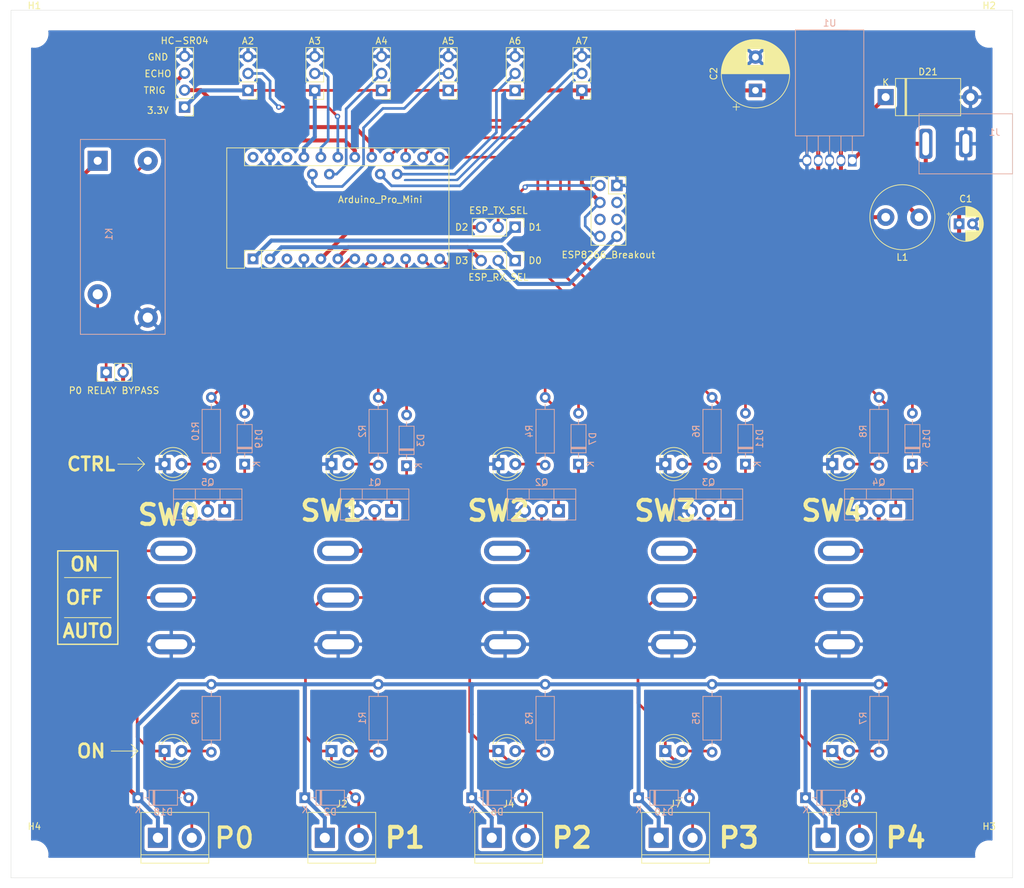
<source format=kicad_pcb>
(kicad_pcb (version 20171130) (host pcbnew "(5.1.10)-1")
  (layers (0 F.Cu signal) (31 B.Cu signal) (34 B.Paste user) (35 F.Paste user) (36 B.SilkS user) (37 F.SilkS user) (38 B.Mask user) (39 F.Mask user) (44 Edge.Cuts user))
  (net 0 "")
  (net 1 "Net-(D1-Pad2)")
  (net 2 P1-)
  (net 3 +12V)
  (net 4 SENSE1)
  (net 5 "Net-(D4-Pad2)")
  (net 6 GND)
  (net 7 "Net-(D5-Pad2)")
  (net 8 P2-)
  (net 9 SENSE2)
  (net 10 "Net-(D8-Pad2)")
  (net 11 "Net-(D9-Pad2)")
  (net 12 P3-)
  (net 13 SENSE3)
  (net 14 "Net-(D12-Pad2)")
  (net 15 "Net-(D13-Pad2)")
  (net 16 P4-)
  (net 17 SENSE4)
  (net 18 "Net-(D16-Pad2)")
  (net 19 "Net-(D17-Pad2)")
  (net 20 P0-)
  (net 21 SENSE0)
  (net 22 "Net-(D20-Pad2)")
  (net 23 +3V3)
  (net 24 ESP_RX)
  (net 25 "Net-(J3-Pad6)")
  (net 26 "Net-(J3-Pad5)")
  (net 27 "Net-(J3-Pad3)")
  (net 28 ESP_TX)
  (net 29 A2)
  (net 30 A3)
  (net 31 A4)
  (net 32 A5)
  (net 33 A6)
  (net 34 A7)
  (net 35 "Net-(J18-Pad2)")
  (net 36 "Net-(J18-Pad1)")
  (net 37 CTRL1)
  (net 38 CTRL2)
  (net 39 CTRL3)
  (net 40 CTRL4)
  (net 41 CTRL0)
  (net 42 "Net-(U2-Pad22)")
  (net 43 "Net-(U2-Pad3)")
  (net 44 "Net-(Q1-Pad2)")
  (net 45 "Net-(Q2-Pad2)")
  (net 46 "Net-(Q3-Pad2)")
  (net 47 "Net-(Q4-Pad2)")
  (net 48 "Net-(J5-Pad3)")
  (net 49 "Net-(J5-Pad1)")
  (net 50 "Net-(J6-Pad3)")
  (net 51 "Net-(J6-Pad1)")
  (net 52 ECHO)
  (net 53 TRIG)
  (net 54 "Net-(D21-Pad1)")
  (net 55 "Net-(U2-Pad24)")
  (module MountingHole:MountingHole_3.2mm_M3 (layer F.Cu) (at 26.5 164.5)
    (fp_text reference H4 (at 0 -4.2) (layer F.SilkS))
    (fp_text value MountingHole)
    (pad 1 np_thru_hole circle (at 0 0) (size 3.2 3.2) (drill 3.2) (layers *.Cu *.Mask))
  )
  (module MountingHole:MountingHole_3.2mm_M3 (layer F.Cu) (at 169.5 164.5)
    (fp_text reference H3 (at 0 -4.2) (layer F.SilkS))
    (fp_text value MountingHole)
    (pad 1 np_thru_hole circle (at 0 0) (size 3.2 3.2) (drill 3.2) (layers *.Cu *.Mask))
  )
  (module MountingHole:MountingHole_3.2mm_M3 (layer F.Cu) (at 169.5 41.5)
    (fp_text reference H2 (at 0 -4.2) (layer F.SilkS))
    (fp_text value MountingHole)
    (pad 1 np_thru_hole circle (at 0 0) (size 3.2 3.2) (drill 3.2) (layers *.Cu *.Mask))
  )
  (module MountingHole:MountingHole_3.2mm_M3 (layer F.Cu) (at 26.5 41.5)
    (fp_text reference H1 (at 0 -4.2) (layer F.SilkS))
    (fp_text value MountingHole)
    (pad 1 np_thru_hole circle (at 0 0) (size 3.2 3.2) (drill 3.2) (layers *.Cu *.Mask))
  )
  (module Inductor_THT:L_Radial_D9.5mm_P5.00mm_Fastron_07HVP (layer F.Cu) (at 159 69 180)
    (fp_text reference L1 (at 2.5 -6) (layer F.SilkS))
    (fp_text value 100uH)
    (pad 2 thru_hole circle (at 5 0 180) (size 2.6 2.6) (drill 1.3) (layers *.Cu *.Mask) (net 23 +3V3))
    (pad 1 thru_hole circle (at 0 0 180) (size 2.6 2.6) (drill 1.3) (layers *.Cu *.Mask) (net 54 "Net-(D21-Pad1)"))
  )
  (module Diode_THT:D_DO-27_P12.70mm_Horizontal (layer F.Cu) (at 154 51)
    (fp_text reference D21 (at 6.35 -3.785) (layer F.SilkS))
    (fp_text value MBR360)
    (fp_text user K (at 0 -2.2) (layer F.SilkS))
    (pad 2 thru_hole oval (at 12.7 0) (size 2.4 2.4) (drill 1.2) (layers *.Cu *.Mask) (net 6 GND))
    (pad 1 thru_hole rect (at 0 0) (size 2.4 2.4) (drill 1.2) (layers *.Cu *.Mask) (net 54 "Net-(D21-Pad1)"))
  )
  (module Package_TO_SOT_THT:TO-220-5_Horizontal_TabDown (layer B.Cu) (at 149 60.5 180)
    (fp_text reference U1 (at 3.4 20.58 180) (layer B.SilkS) (effects (justify mirror)))
    (fp_text value LM2576HVS-3.3)
    (pad 5 thru_hole oval (at 6.8 0 180) (size 1.275 1.8) (drill 1.1) (layers *.Cu *.Mask) (net 6 GND))
    (pad 4 thru_hole oval (at 5.1 0 180) (size 1.275 1.8) (drill 1.1) (layers *.Cu *.Mask) (net 23 +3V3))
    (pad 3 thru_hole oval (at 3.4 0 180) (size 1.275 1.8) (drill 1.1) (layers *.Cu *.Mask) (net 6 GND))
    (pad 2 thru_hole oval (at 1.7 0 180) (size 1.275 1.8) (drill 1.1) (layers *.Cu *.Mask) (net 54 "Net-(D21-Pad1)"))
    (pad 1 thru_hole rect (at 0 0 180) (size 1.275 1.8) (drill 1.1) (layers *.Cu *.Mask) (net 3 +12V))
    (pad "" smd oval (at 3.4 16.66 180) (size 4 4) (layers B.Cu B.Paste B.Mask) (net 6 GND))
  )
  (module Diode_THT:D_DO-35_SOD27_P7.62mm_Horizontal (layer B.Cu) (at 58 106 90)
    (fp_text reference D19 (at 3.81 2.12 90) (layer B.SilkS) (effects (justify mirror)))
    (fp_text value D)
    (fp_text user K (at 0 1.8 90) (layer B.SilkS) (effects (justify mirror)))
    (pad 2 thru_hole oval (at 7.62 0 90) (size 1.6 1.6) (drill 0.8) (layers *.Cu *.Mask) (net 21 SENSE0))
    (pad 1 thru_hole rect (at 0 0 90) (size 1.6 1.6) (drill 0.8) (layers *.Cu *.Mask) (net 20 P0-))
  )
  (module Diode_THT:D_DO-35_SOD27_P7.62mm_Horizontal (layer B.Cu) (at 42 156)
    (fp_text reference D18 (at 3.81 2.12) (layer B.SilkS) (effects (justify mirror)))
    (fp_text value D)
    (fp_text user K (at 0 1.8) (layer B.SilkS) (effects (justify mirror)))
    (pad 2 thru_hole oval (at 7.62 0) (size 1.6 1.6) (drill 0.8) (layers *.Cu *.Mask) (net 20 P0-))
    (pad 1 thru_hole rect (at 0 0) (size 1.6 1.6) (drill 0.8) (layers *.Cu *.Mask) (net 3 +12V))
  )
  (module Diode_THT:D_DO-35_SOD27_P7.62mm_Horizontal (layer B.Cu) (at 158 106 90)
    (fp_text reference D15 (at 3.81 2.12 90) (layer B.SilkS) (effects (justify mirror)))
    (fp_text value D)
    (fp_text user K (at 0 1.8 90) (layer B.SilkS) (effects (justify mirror)))
    (pad 2 thru_hole oval (at 7.62 0 90) (size 1.6 1.6) (drill 0.8) (layers *.Cu *.Mask) (net 17 SENSE4))
    (pad 1 thru_hole rect (at 0 0 90) (size 1.6 1.6) (drill 0.8) (layers *.Cu *.Mask) (net 16 P4-))
  )
  (module Diode_THT:D_DO-35_SOD27_P7.62mm_Horizontal (layer B.Cu) (at 142 156)
    (fp_text reference D14 (at 3.81 2.12) (layer B.SilkS) (effects (justify mirror)))
    (fp_text value D)
    (fp_text user K (at 0 1.8) (layer B.SilkS) (effects (justify mirror)))
    (pad 2 thru_hole oval (at 7.62 0) (size 1.6 1.6) (drill 0.8) (layers *.Cu *.Mask) (net 16 P4-))
    (pad 1 thru_hole rect (at 0 0) (size 1.6 1.6) (drill 0.8) (layers *.Cu *.Mask) (net 3 +12V))
  )
  (module Diode_THT:D_DO-35_SOD27_P7.62mm_Horizontal (layer B.Cu) (at 133 106 90)
    (fp_text reference D11 (at 3.81 2.12 90) (layer B.SilkS) (effects (justify mirror)))
    (fp_text value D)
    (fp_text user K (at 0 1.8 90) (layer B.SilkS) (effects (justify mirror)))
    (pad 2 thru_hole oval (at 7.62 0 90) (size 1.6 1.6) (drill 0.8) (layers *.Cu *.Mask) (net 13 SENSE3))
    (pad 1 thru_hole rect (at 0 0 90) (size 1.6 1.6) (drill 0.8) (layers *.Cu *.Mask) (net 12 P3-))
  )
  (module Diode_THT:D_DO-35_SOD27_P7.62mm_Horizontal (layer B.Cu) (at 117 156)
    (fp_text reference D10 (at 3.81 2.12) (layer B.SilkS) (effects (justify mirror)))
    (fp_text value D)
    (fp_text user K (at 0 1.8) (layer B.SilkS) (effects (justify mirror)))
    (pad 2 thru_hole oval (at 7.62 0) (size 1.6 1.6) (drill 0.8) (layers *.Cu *.Mask) (net 12 P3-))
    (pad 1 thru_hole rect (at 0 0) (size 1.6 1.6) (drill 0.8) (layers *.Cu *.Mask) (net 3 +12V))
  )
  (module Diode_THT:D_DO-35_SOD27_P7.62mm_Horizontal (layer B.Cu) (at 108 106 90)
    (fp_text reference D7 (at 3.81 2.12 90) (layer B.SilkS) (effects (justify mirror)))
    (fp_text value D)
    (fp_text user K (at 0 1.8 90) (layer B.SilkS) (effects (justify mirror)))
    (pad 2 thru_hole oval (at 7.62 0 90) (size 1.6 1.6) (drill 0.8) (layers *.Cu *.Mask) (net 9 SENSE2))
    (pad 1 thru_hole rect (at 0 0 90) (size 1.6 1.6) (drill 0.8) (layers *.Cu *.Mask) (net 8 P2-))
  )
  (module Diode_THT:D_DO-35_SOD27_P7.62mm_Horizontal (layer B.Cu) (at 92 156)
    (fp_text reference D6 (at 3.81 2.12) (layer B.SilkS) (effects (justify mirror)))
    (fp_text value D)
    (fp_text user K (at 0 1.8) (layer B.SilkS) (effects (justify mirror)))
    (pad 2 thru_hole oval (at 7.62 0) (size 1.6 1.6) (drill 0.8) (layers *.Cu *.Mask) (net 8 P2-))
    (pad 1 thru_hole rect (at 0 0) (size 1.6 1.6) (drill 0.8) (layers *.Cu *.Mask) (net 3 +12V))
  )
  (module Diode_THT:D_DO-35_SOD27_P7.62mm_Horizontal (layer B.Cu) (at 82.25 106.25 90)
    (fp_text reference D3 (at 3.81 2.12 90) (layer B.SilkS) (effects (justify mirror)))
    (fp_text value D)
    (fp_text user K (at 0 1.8 90) (layer B.SilkS) (effects (justify mirror)))
    (pad 2 thru_hole oval (at 7.62 0 90) (size 1.6 1.6) (drill 0.8) (layers *.Cu *.Mask) (net 4 SENSE1))
    (pad 1 thru_hole rect (at 0 0 90) (size 1.6 1.6) (drill 0.8) (layers *.Cu *.Mask) (net 2 P1-))
  )
  (module Diode_THT:D_DO-35_SOD27_P7.62mm_Horizontal (layer B.Cu) (at 67 156)
    (fp_text reference D2 (at 3.81 2.12) (layer B.SilkS) (effects (justify mirror)))
    (fp_text value D)
    (fp_text user K (at 0 1.8) (layer B.SilkS) (effects (justify mirror)))
    (pad 2 thru_hole oval (at 7.62 0) (size 1.6 1.6) (drill 0.8) (layers *.Cu *.Mask) (net 2 P1-))
    (pad 1 thru_hole rect (at 0 0) (size 1.6 1.6) (drill 0.8) (layers *.Cu *.Mask) (net 3 +12V))
  )
  (module Capacitor_THT:CP_Radial_D10.0mm_P5.00mm (layer F.Cu) (at 134.5 50 90)
    (fp_text reference C2 (at 2.5 -6.25 90) (layer F.SilkS))
    (fp_text value 1000uF)
    (pad 2 thru_hole circle (at 5 0 90) (size 2 2) (drill 1) (layers *.Cu *.Mask) (net 6 GND))
    (pad 1 thru_hole rect (at 0 0 90) (size 2 2) (drill 1) (layers *.Cu *.Mask) (net 23 +3V3))
  )
  (module Capacitor_THT:CP_Radial_D5.0mm_P2.00mm (layer F.Cu) (at 165 70)
    (fp_text reference C1 (at 1 -3.75) (layer F.SilkS))
    (fp_text value 100uF)
    (pad 2 thru_hole circle (at 2 0) (size 1.6 1.6) (drill 0.8) (layers *.Cu *.Mask) (net 6 GND))
    (pad 1 thru_hole rect (at 0 0) (size 1.6 1.6) (drill 0.8) (layers *.Cu *.Mask) (net 3 +12V))
  )
  (module Package_TO_SOT_THT:TO-220-3_Vertical (layer B.Cu) (at 55 113 180)
    (fp_text reference Q5 (at 2.54 4.27) (layer B.SilkS) (effects (justify mirror)))
    (fp_text value TIP12X)
    (pad 3 thru_hole oval (at 5.08 0 180) (size 1.905 2) (drill 1.1) (layers *.Cu *.Mask) (net 6 GND))
    (pad 2 thru_hole oval (at 2.54 0 180) (size 1.905 2) (drill 1.1) (layers *.Cu *.Mask) (net 35 "Net-(J18-Pad2)"))
    (pad 1 thru_hole rect (at 0 0 180) (size 1.905 2) (drill 1.1) (layers *.Cu *.Mask) (net 41 CTRL0))
  )
  (module Package_TO_SOT_THT:TO-220-3_Vertical (layer B.Cu) (at 155.5 113 180)
    (fp_text reference Q4 (at 2.54 4.27) (layer B.SilkS) (effects (justify mirror)))
    (fp_text value TIP12X)
    (pad 3 thru_hole oval (at 5.08 0 180) (size 1.905 2) (drill 1.1) (layers *.Cu *.Mask) (net 6 GND))
    (pad 2 thru_hole oval (at 2.54 0 180) (size 1.905 2) (drill 1.1) (layers *.Cu *.Mask) (net 47 "Net-(Q4-Pad2)"))
    (pad 1 thru_hole rect (at 0 0 180) (size 1.905 2) (drill 1.1) (layers *.Cu *.Mask) (net 40 CTRL4))
  )
  (module Package_TO_SOT_THT:TO-220-3_Vertical (layer B.Cu) (at 130 113 180)
    (fp_text reference Q3 (at 2.54 4.27) (layer B.SilkS) (effects (justify mirror)))
    (fp_text value TIP12X)
    (pad 3 thru_hole oval (at 5.08 0 180) (size 1.905 2) (drill 1.1) (layers *.Cu *.Mask) (net 6 GND))
    (pad 2 thru_hole oval (at 2.54 0 180) (size 1.905 2) (drill 1.1) (layers *.Cu *.Mask) (net 46 "Net-(Q3-Pad2)"))
    (pad 1 thru_hole rect (at 0 0 180) (size 1.905 2) (drill 1.1) (layers *.Cu *.Mask) (net 39 CTRL3))
  )
  (module Package_TO_SOT_THT:TO-220-3_Vertical (layer B.Cu) (at 105 113 180)
    (fp_text reference Q2 (at 2.54 4.27) (layer B.SilkS) (effects (justify mirror)))
    (fp_text value TIP12X)
    (pad 3 thru_hole oval (at 5.08 0 180) (size 1.905 2) (drill 1.1) (layers *.Cu *.Mask) (net 6 GND))
    (pad 2 thru_hole oval (at 2.54 0 180) (size 1.905 2) (drill 1.1) (layers *.Cu *.Mask) (net 45 "Net-(Q2-Pad2)"))
    (pad 1 thru_hole rect (at 0 0 180) (size 1.905 2) (drill 1.1) (layers *.Cu *.Mask) (net 38 CTRL2))
  )
  (module Package_TO_SOT_THT:TO-220-3_Vertical (layer B.Cu) (at 80 113 180)
    (fp_text reference Q1 (at 2.54 4.27) (layer B.SilkS) (effects (justify mirror)))
    (fp_text value TIP12X)
    (pad 3 thru_hole oval (at 5.08 0 180) (size 1.905 2) (drill 1.1) (layers *.Cu *.Mask) (net 6 GND))
    (pad 2 thru_hole oval (at 2.54 0 180) (size 1.905 2) (drill 1.1) (layers *.Cu *.Mask) (net 44 "Net-(Q1-Pad2)"))
    (pad 1 thru_hole rect (at 0 0 180) (size 1.905 2) (drill 1.1) (layers *.Cu *.Mask) (net 37 CTRL1))
  )
  (module Connector_PinHeader_2.54mm:PinHeader_1x04_P2.54mm_Vertical (layer F.Cu) (at 49 52.5 180)
    (fp_text reference J9)
    (fp_text value HC-SR04 (at 0 9.95 180) (layer F.SilkS))
    (pad 4 thru_hole oval (at 0 7.62 180) (size 1.7 1.7) (drill 1) (layers *.Cu *.Mask) (net 6 GND))
    (pad 3 thru_hole oval (at 0 5.08 180) (size 1.7 1.7) (drill 1) (layers *.Cu *.Mask) (net 52 ECHO))
    (pad 2 thru_hole oval (at 0 2.54 180) (size 1.7 1.7) (drill 1) (layers *.Cu *.Mask) (net 53 TRIG))
    (pad 1 thru_hole rect (at 0 0 180) (size 1.7 1.7) (drill 1) (layers *.Cu *.Mask) (net 23 +3V3))
  )
  (module Connector_PinHeader_2.54mm:PinHeader_1x03_P2.54mm_Vertical (layer F.Cu) (at 98.5 70.5 270)
    (fp_text reference J6)
    (fp_text value ESP_TX_SEL (at -2.5 2.5) (layer F.SilkS))
    (pad 3 thru_hole oval (at 0 5.08 270) (size 1.7 1.7) (drill 1) (layers *.Cu *.Mask) (net 50 "Net-(J6-Pad3)"))
    (pad 2 thru_hole oval (at 0 2.54 270) (size 1.7 1.7) (drill 1) (layers *.Cu *.Mask) (net 28 ESP_TX))
    (pad 1 thru_hole rect (at 0 0 270) (size 1.7 1.7) (drill 1) (layers *.Cu *.Mask) (net 51 "Net-(J6-Pad1)"))
  )
  (module Connector_PinHeader_2.54mm:PinHeader_1x03_P2.54mm_Vertical (layer F.Cu) (at 98.5 75.5 270)
    (fp_text reference J5)
    (fp_text value ESP_RX_SEL (at 2.5 2.5) (layer F.SilkS))
    (pad 3 thru_hole oval (at 0 5.08 270) (size 1.7 1.7) (drill 1) (layers *.Cu *.Mask) (net 48 "Net-(J5-Pad3)"))
    (pad 2 thru_hole oval (at 0 2.54 270) (size 1.7 1.7) (drill 1) (layers *.Cu *.Mask) (net 24 ESP_RX))
    (pad 1 thru_hole rect (at 0 0 270) (size 1.7 1.7) (drill 1) (layers *.Cu *.Mask) (net 49 "Net-(J5-Pad1)"))
  )
  (module Common:Switch_RA1153 (layer F.Cu) (at 147 133 90)
    (fp_text reference SW4 (at 20 -1 180) (layer F.SilkS) (effects (font (size 3 3) (thickness 0.6))))
    (fp_text value SW4)
    (pad 1 thru_hole oval (at 0 0 270) (size 3 6.3) (drill oval 1.5 4.8) (layers *.Cu *.Mask) (net 6 GND))
    (pad 2 thru_hole oval (at 7 0 270) (size 3 6.3) (drill oval 1.5 4.8) (layers *.Cu *.Mask) (net 16 P4-))
    (pad 3 thru_hole oval (at 14 0 270) (size 3 6.3) (drill oval 1.5 4.8) (layers *.Cu *.Mask) (net 47 "Net-(Q4-Pad2)"))
  )
  (module Common:Switch_RA1153 (layer F.Cu) (at 122 133 90)
    (fp_text reference SW3 (at 20 -1 180) (layer F.SilkS) (effects (font (size 3 3) (thickness 0.6))))
    (fp_text value SW3)
    (pad 1 thru_hole oval (at 0 0 270) (size 3 6.3) (drill oval 1.5 4.8) (layers *.Cu *.Mask) (net 6 GND))
    (pad 2 thru_hole oval (at 7 0 270) (size 3 6.3) (drill oval 1.5 4.8) (layers *.Cu *.Mask) (net 12 P3-))
    (pad 3 thru_hole oval (at 14 0 270) (size 3 6.3) (drill oval 1.5 4.8) (layers *.Cu *.Mask) (net 46 "Net-(Q3-Pad2)"))
  )
  (module Common:Switch_RA1153 (layer F.Cu) (at 97 133 90)
    (fp_text reference SW2 (at 20 -1 180) (layer F.SilkS) (effects (font (size 3 3) (thickness 0.6))))
    (fp_text value SW2)
    (pad 1 thru_hole oval (at 0 0 270) (size 3 6.3) (drill oval 1.5 4.8) (layers *.Cu *.Mask) (net 6 GND))
    (pad 2 thru_hole oval (at 7 0 270) (size 3 6.3) (drill oval 1.5 4.8) (layers *.Cu *.Mask) (net 8 P2-))
    (pad 3 thru_hole oval (at 14 0 270) (size 3 6.3) (drill oval 1.5 4.8) (layers *.Cu *.Mask) (net 45 "Net-(Q2-Pad2)"))
  )
  (module Common:Switch_RA1153 (layer F.Cu) (at 47 133 90)
    (fp_text reference SW0 (at 19.39 -0.35 180) (layer F.SilkS) (effects (font (size 3 3) (thickness 0.6))))
    (fp_text value SW0)
    (pad 1 thru_hole oval (at 0 0 270) (size 3 6.3) (drill oval 1.5 4.8) (layers *.Cu *.Mask) (net 6 GND))
    (pad 2 thru_hole oval (at 7 0 270) (size 3 6.3) (drill oval 1.5 4.8) (layers *.Cu *.Mask) (net 20 P0-))
    (pad 3 thru_hole oval (at 14 0 270) (size 3 6.3) (drill oval 1.5 4.8) (layers *.Cu *.Mask) (net 36 "Net-(J18-Pad1)"))
  )
  (module Common:Switch_RA1153 (layer F.Cu) (at 72 133 90)
    (fp_text reference SW1 (at 20 -1 180) (layer F.SilkS) (effects (font (size 3 3) (thickness 0.6))))
    (fp_text value SW1)
    (pad 1 thru_hole oval (at 0 0 270) (size 3 6.3) (drill oval 1.5 4.8) (layers *.Cu *.Mask) (net 6 GND))
    (pad 2 thru_hole oval (at 7 0 270) (size 3 6.3) (drill oval 1.5 4.8) (layers *.Cu *.Mask) (net 2 P1-))
    (pad 3 thru_hole oval (at 14 0 270) (size 3 6.3) (drill oval 1.5 4.8) (layers *.Cu *.Mask) (net 44 "Net-(Q1-Pad2)"))
  )
  (module Common:Relay_OMI-SH-112LM (layer B.Cu) (at 40 63.75 90)
    (fp_text reference K1 (at -7.8 -2.32 270) (layer B.SilkS) (effects (justify mirror)))
    (fp_text value OMI-SH-112LM,000)
    (pad 3 thru_hole circle (at -20.3 3.48 270) (size 3 3) (drill 1.5) (layers *.Cu *.Mask) (net 6 GND))
    (pad 5 thru_hole circle (at -16.8 -4.02 270) (size 3 3) (drill 1.5) (layers *.Cu *.Mask) (net 36 "Net-(J18-Pad1)"))
    (pad 1 thru_hole circle (at 3.2 3.48 270) (size 3 3) (drill 1.2) (layers *.Cu *.Mask) (net 35 "Net-(J18-Pad2)"))
    (pad 6 thru_hole rect (at 3.2 -4.02 270) (size 3 3) (drill 1.2) (layers *.Cu *.Mask) (net 3 +12V))
  )
  (module Arduino:Arduino_Pro_Mini (layer F.Cu) (at 59.25 75.25 90)
    (fp_text reference U2)
    (fp_text value Arduino_Pro_Mini (at 8.89 19.05 180) (layer F.SilkS))
    (pad A6 thru_hole oval (at 12.7 21.59 90) (size 1.6 1.6) (drill 0.8) (layers *.Cu *.Mask) (net 33 A6))
    (pad A7 thru_hole oval (at 12.7 19.05 90) (size 1.6 1.6) (drill 0.8) (layers *.Cu *.Mask) (net 34 A7))
    (pad A4 thru_hole oval (at 12.7 11.43 90) (size 1.6 1.6) (drill 0.8) (layers *.Cu *.Mask) (net 31 A4))
    (pad A5 thru_hole oval (at 12.7 8.89 90) (size 1.6 1.6) (drill 0.8) (layers *.Cu *.Mask) (net 32 A5))
    (pad 24 thru_hole oval (at 15.24 0 90) (size 1.6 1.6) (drill 0.8) (layers *.Cu *.Mask) (net 55 "Net-(U2-Pad24)"))
    (pad 23 thru_hole oval (at 15.24 2.54 90) (size 1.6 1.6) (drill 0.8) (layers *.Cu *.Mask) (net 6 GND))
    (pad 22 thru_hole oval (at 15.24 5.08 90) (size 1.6 1.6) (drill 0.8) (layers *.Cu *.Mask) (net 42 "Net-(U2-Pad22)"))
    (pad 12 thru_hole oval (at 0 27.94 90) (size 1.6 1.6) (drill 0.8) (layers *.Cu *.Mask) (net 9 SENSE2))
    (pad 21 thru_hole oval (at 15.24 7.62 90) (size 1.6 1.6) (drill 0.8) (layers *.Cu *.Mask) (net 23 +3V3))
    (pad 11 thru_hole oval (at 0 25.4 90) (size 1.6 1.6) (drill 0.8) (layers *.Cu *.Mask) (net 38 CTRL2))
    (pad 20 thru_hole oval (at 15.24 10.16 90) (size 1.6 1.6) (drill 0.8) (layers *.Cu *.Mask) (net 30 A3))
    (pad 10 thru_hole oval (at 0 22.86 90) (size 1.6 1.6) (drill 0.8) (layers *.Cu *.Mask) (net 4 SENSE1))
    (pad 19 thru_hole oval (at 15.24 12.7 90) (size 1.6 1.6) (drill 0.8) (layers *.Cu *.Mask) (net 29 A2))
    (pad 9 thru_hole oval (at 0 20.32 90) (size 1.6 1.6) (drill 0.8) (layers *.Cu *.Mask) (net 37 CTRL1))
    (pad 18 thru_hole oval (at 15.24 15.24 90) (size 1.6 1.6) (drill 0.8) (layers *.Cu *.Mask) (net 52 ECHO))
    (pad 8 thru_hole oval (at 0 17.78 90) (size 1.6 1.6) (drill 0.8) (layers *.Cu *.Mask) (net 21 SENSE0))
    (pad 17 thru_hole oval (at 15.24 17.78 90) (size 1.6 1.6) (drill 0.8) (layers *.Cu *.Mask) (net 53 TRIG))
    (pad 7 thru_hole oval (at 0 15.24 90) (size 1.6 1.6) (drill 0.8) (layers *.Cu *.Mask) (net 41 CTRL0))
    (pad 16 thru_hole oval (at 15.24 20.32 90) (size 1.6 1.6) (drill 0.8) (layers *.Cu *.Mask) (net 17 SENSE4))
    (pad 6 thru_hole oval (at 0 12.7 90) (size 1.6 1.6) (drill 0.8) (layers *.Cu *.Mask) (net 48 "Net-(J5-Pad3)"))
    (pad 15 thru_hole oval (at 15.24 22.86 90) (size 1.6 1.6) (drill 0.8) (layers *.Cu *.Mask) (net 40 CTRL4))
    (pad 5 thru_hole oval (at 0 10.16 90) (size 1.6 1.6) (drill 0.8) (layers *.Cu *.Mask) (net 50 "Net-(J6-Pad3)"))
    (pad 14 thru_hole oval (at 15.24 25.4 90) (size 1.6 1.6) (drill 0.8) (layers *.Cu *.Mask) (net 13 SENSE3))
    (pad 4 thru_hole oval (at 0 7.62 90) (size 1.6 1.6) (drill 0.8) (layers *.Cu *.Mask) (net 6 GND))
    (pad 13 thru_hole oval (at 15.24 27.94 90) (size 1.6 1.6) (drill 0.8) (layers *.Cu *.Mask) (net 39 CTRL3))
    (pad 3 thru_hole oval (at 0 5.08 90) (size 1.6 1.6) (drill 0.8) (layers *.Cu *.Mask) (net 43 "Net-(U2-Pad3)"))
    (pad 2 thru_hole oval (at 0 2.54 90) (size 1.6 1.6) (drill 0.8) (layers *.Cu *.Mask) (net 49 "Net-(J5-Pad1)"))
    (pad 1 thru_hole rect (at 0 0 90) (size 1.6 1.6) (drill 0.8) (layers *.Cu *.Mask) (net 51 "Net-(J6-Pad1)"))
  )
  (module Resistor_THT:R_Axial_DIN0207_L6.3mm_D2.5mm_P10.16mm_Horizontal (layer B.Cu) (at 53 96 270)
    (fp_text reference R10 (at 5.08 2.37 270) (layer B.SilkS) (effects (justify mirror)))
    (fp_text value "LED Limit")
    (pad 2 thru_hole oval (at 10.16 0 270) (size 1.6 1.6) (drill 0.8) (layers *.Cu *.Mask) (net 22 "Net-(D20-Pad2)"))
    (pad 1 thru_hole circle (at 0 0 270) (size 1.6 1.6) (drill 0.8) (layers *.Cu *.Mask) (net 41 CTRL0))
  )
  (module Resistor_THT:R_Axial_DIN0207_L6.3mm_D2.5mm_P10.16mm_Horizontal (layer B.Cu) (at 53 139 270)
    (fp_text reference R9 (at 5.08 2.37 270) (layer B.SilkS) (effects (justify mirror)))
    (fp_text value "LED Limit")
    (pad 2 thru_hole oval (at 10.16 0 270) (size 1.6 1.6) (drill 0.8) (layers *.Cu *.Mask) (net 19 "Net-(D17-Pad2)"))
    (pad 1 thru_hole circle (at 0 0 270) (size 1.6 1.6) (drill 0.8) (layers *.Cu *.Mask) (net 3 +12V))
  )
  (module Resistor_THT:R_Axial_DIN0207_L6.3mm_D2.5mm_P10.16mm_Horizontal (layer B.Cu) (at 153 96 270)
    (fp_text reference R8 (at 5.08 2.37 270) (layer B.SilkS) (effects (justify mirror)))
    (fp_text value "LED Limit")
    (pad 2 thru_hole oval (at 10.16 0 270) (size 1.6 1.6) (drill 0.8) (layers *.Cu *.Mask) (net 18 "Net-(D16-Pad2)"))
    (pad 1 thru_hole circle (at 0 0 270) (size 1.6 1.6) (drill 0.8) (layers *.Cu *.Mask) (net 40 CTRL4))
  )
  (module Resistor_THT:R_Axial_DIN0207_L6.3mm_D2.5mm_P10.16mm_Horizontal (layer B.Cu) (at 153 139 270)
    (fp_text reference R7 (at 5.08 2.37 270) (layer B.SilkS) (effects (justify mirror)))
    (fp_text value "LED Limit")
    (pad 2 thru_hole oval (at 10.16 0 270) (size 1.6 1.6) (drill 0.8) (layers *.Cu *.Mask) (net 15 "Net-(D13-Pad2)"))
    (pad 1 thru_hole circle (at 0 0 270) (size 1.6 1.6) (drill 0.8) (layers *.Cu *.Mask) (net 3 +12V))
  )
  (module Resistor_THT:R_Axial_DIN0207_L6.3mm_D2.5mm_P10.16mm_Horizontal (layer B.Cu) (at 128 96 270)
    (fp_text reference R6 (at 5.08 2.37 90) (layer B.SilkS) (effects (justify mirror)))
    (fp_text value "LED Limit")
    (pad 2 thru_hole oval (at 10.16 0 270) (size 1.6 1.6) (drill 0.8) (layers *.Cu *.Mask) (net 14 "Net-(D12-Pad2)"))
    (pad 1 thru_hole circle (at 0 0 270) (size 1.6 1.6) (drill 0.8) (layers *.Cu *.Mask) (net 39 CTRL3))
  )
  (module Resistor_THT:R_Axial_DIN0207_L6.3mm_D2.5mm_P10.16mm_Horizontal (layer B.Cu) (at 128 139 270)
    (fp_text reference R5 (at 5.08 2.37 270) (layer B.SilkS) (effects (justify mirror)))
    (fp_text value "LED Limit")
    (pad 2 thru_hole oval (at 10.16 0 270) (size 1.6 1.6) (drill 0.8) (layers *.Cu *.Mask) (net 11 "Net-(D9-Pad2)"))
    (pad 1 thru_hole circle (at 0 0 270) (size 1.6 1.6) (drill 0.8) (layers *.Cu *.Mask) (net 3 +12V))
  )
  (module Resistor_THT:R_Axial_DIN0207_L6.3mm_D2.5mm_P10.16mm_Horizontal (layer B.Cu) (at 103 96 270)
    (fp_text reference R4 (at 5.08 2.37 270) (layer B.SilkS) (effects (justify mirror)))
    (fp_text value "LED Limit")
    (pad 2 thru_hole oval (at 10.16 0 270) (size 1.6 1.6) (drill 0.8) (layers *.Cu *.Mask) (net 10 "Net-(D8-Pad2)"))
    (pad 1 thru_hole circle (at 0 0 270) (size 1.6 1.6) (drill 0.8) (layers *.Cu *.Mask) (net 38 CTRL2))
  )
  (module Resistor_THT:R_Axial_DIN0207_L6.3mm_D2.5mm_P10.16mm_Horizontal (layer B.Cu) (at 103 139 270)
    (fp_text reference R3 (at 5.08 2.37 270) (layer B.SilkS) (effects (justify mirror)))
    (fp_text value "LED Limit")
    (pad 2 thru_hole oval (at 10.16 0 270) (size 1.6 1.6) (drill 0.8) (layers *.Cu *.Mask) (net 7 "Net-(D5-Pad2)"))
    (pad 1 thru_hole circle (at 0 0 270) (size 1.6 1.6) (drill 0.8) (layers *.Cu *.Mask) (net 3 +12V))
  )
  (module Resistor_THT:R_Axial_DIN0207_L6.3mm_D2.5mm_P10.16mm_Horizontal (layer B.Cu) (at 78 96 270)
    (fp_text reference R2 (at 5.08 2.37 270) (layer B.SilkS) (effects (justify mirror)))
    (fp_text value "LED Limit")
    (pad 2 thru_hole oval (at 10.16 0 270) (size 1.6 1.6) (drill 0.8) (layers *.Cu *.Mask) (net 5 "Net-(D4-Pad2)"))
    (pad 1 thru_hole circle (at 0 0 270) (size 1.6 1.6) (drill 0.8) (layers *.Cu *.Mask) (net 37 CTRL1))
  )
  (module Resistor_THT:R_Axial_DIN0207_L6.3mm_D2.5mm_P10.16mm_Horizontal (layer B.Cu) (at 78 139 270)
    (fp_text reference R1 (at 5.08 2.37 270) (layer B.SilkS) (effects (justify mirror)))
    (fp_text value "LED Limit")
    (pad 2 thru_hole oval (at 10.16 0 270) (size 1.6 1.6) (drill 0.8) (layers *.Cu *.Mask) (net 1 "Net-(D1-Pad2)"))
    (pad 1 thru_hole circle (at 0 0 270) (size 1.6 1.6) (drill 0.8) (layers *.Cu *.Mask) (net 3 +12V))
  )
  (module Connector_PinHeader_2.54mm:PinHeader_1x02_P2.54mm_Vertical (layer F.Cu) (at 37.25 92.25 90)
    (fp_text reference J18)
    (fp_text value "P0 RELAY BYPASS" (at -2.73 1.18 180) (layer F.SilkS))
    (pad 2 thru_hole oval (at 0 2.54 90) (size 1.7 1.7) (drill 1) (layers *.Cu *.Mask) (net 35 "Net-(J18-Pad2)"))
    (pad 1 thru_hole rect (at 0 0 90) (size 1.7 1.7) (drill 1) (layers *.Cu *.Mask) (net 36 "Net-(J18-Pad1)"))
  )
  (module TerminalBlock:TerminalBlock_bornier-2_P5.08mm (layer F.Cu) (at 45 162)
    (fp_text reference J17)
    (fp_text value P0 (at 11.44 0.03) (layer F.SilkS) (effects (font (size 3 3) (thickness 0.5))))
    (pad 2 thru_hole circle (at 5.08 0) (size 3 3) (drill 1.52) (layers *.Cu *.Mask) (net 20 P0-))
    (pad 1 thru_hole rect (at 0 0) (size 3 3) (drill 1.52) (layers *.Cu *.Mask) (net 3 +12V))
  )
  (module Connector_PinHeader_2.54mm:PinHeader_1x03_P2.54mm_Vertical (layer F.Cu) (at 108.5 50 180)
    (fp_text reference J16)
    (fp_text value A7 (at 0 7.41) (layer F.SilkS))
    (pad 3 thru_hole oval (at 0 5.08 180) (size 1.7 1.7) (drill 1) (layers *.Cu *.Mask) (net 6 GND))
    (pad 2 thru_hole oval (at 0 2.54 180) (size 1.7 1.7) (drill 1) (layers *.Cu *.Mask) (net 34 A7))
    (pad 1 thru_hole rect (at 0 0 180) (size 1.7 1.7) (drill 1) (layers *.Cu *.Mask) (net 23 +3V3))
  )
  (module Connector_PinHeader_2.54mm:PinHeader_1x03_P2.54mm_Vertical (layer F.Cu) (at 98.5 50 180)
    (fp_text reference J15)
    (fp_text value A6 (at 0 7.41) (layer F.SilkS))
    (pad 3 thru_hole oval (at 0 5.08 180) (size 1.7 1.7) (drill 1) (layers *.Cu *.Mask) (net 6 GND))
    (pad 2 thru_hole oval (at 0 2.54 180) (size 1.7 1.7) (drill 1) (layers *.Cu *.Mask) (net 33 A6))
    (pad 1 thru_hole rect (at 0 0 180) (size 1.7 1.7) (drill 1) (layers *.Cu *.Mask) (net 23 +3V3))
  )
  (module Connector_PinHeader_2.54mm:PinHeader_1x03_P2.54mm_Vertical (layer F.Cu) (at 88.5 50 180)
    (fp_text reference J14)
    (fp_text value A5 (at 0 7.41) (layer F.SilkS))
    (pad 3 thru_hole oval (at 0 5.08 180) (size 1.7 1.7) (drill 1) (layers *.Cu *.Mask) (net 6 GND))
    (pad 2 thru_hole oval (at 0 2.54 180) (size 1.7 1.7) (drill 1) (layers *.Cu *.Mask) (net 32 A5))
    (pad 1 thru_hole rect (at 0 0 180) (size 1.7 1.7) (drill 1) (layers *.Cu *.Mask) (net 23 +3V3))
  )
  (module Connector_PinHeader_2.54mm:PinHeader_1x03_P2.54mm_Vertical (layer F.Cu) (at 78.5 50 180)
    (fp_text reference J13)
    (fp_text value A4 (at 0 7.41) (layer F.SilkS))
    (pad 3 thru_hole oval (at 0 5.08 180) (size 1.7 1.7) (drill 1) (layers *.Cu *.Mask) (net 6 GND))
    (pad 2 thru_hole oval (at 0 2.54 180) (size 1.7 1.7) (drill 1) (layers *.Cu *.Mask) (net 31 A4))
    (pad 1 thru_hole rect (at 0 0 180) (size 1.7 1.7) (drill 1) (layers *.Cu *.Mask) (net 23 +3V3))
  )
  (module Connector_PinHeader_2.54mm:PinHeader_1x03_P2.54mm_Vertical (layer F.Cu) (at 68.5 50 180)
    (fp_text reference J12)
    (fp_text value A3 (at 0 7.41) (layer F.SilkS))
    (pad 3 thru_hole oval (at 0 5.08 180) (size 1.7 1.7) (drill 1) (layers *.Cu *.Mask) (net 6 GND))
    (pad 2 thru_hole oval (at 0 2.54 180) (size 1.7 1.7) (drill 1) (layers *.Cu *.Mask) (net 30 A3))
    (pad 1 thru_hole rect (at 0 0 180) (size 1.7 1.7) (drill 1) (layers *.Cu *.Mask) (net 23 +3V3))
  )
  (module Connector_PinHeader_2.54mm:PinHeader_1x03_P2.54mm_Vertical (layer F.Cu) (at 58.5 50 180)
    (fp_text reference J11)
    (fp_text value A2 (at 0 7.41) (layer F.SilkS))
    (pad 3 thru_hole oval (at 0 5.08 180) (size 1.7 1.7) (drill 1) (layers *.Cu *.Mask) (net 6 GND))
    (pad 2 thru_hole oval (at 0 2.54 180) (size 1.7 1.7) (drill 1) (layers *.Cu *.Mask) (net 29 A2))
    (pad 1 thru_hole rect (at 0 0 180) (size 1.7 1.7) (drill 1) (layers *.Cu *.Mask) (net 23 +3V3))
  )
  (module TerminalBlock:TerminalBlock_bornier-2_P5.08mm (layer F.Cu) (at 145 162)
    (fp_text reference J8 (at 2.54 -5.08) (layer F.SilkS))
    (fp_text value P4 (at 12 0) (layer F.SilkS) (effects (font (size 3 3) (thickness 0.6))))
    (pad 2 thru_hole circle (at 5.08 0) (size 3 3) (drill 1.52) (layers *.Cu *.Mask) (net 16 P4-))
    (pad 1 thru_hole rect (at 0 0) (size 3 3) (drill 1.52) (layers *.Cu *.Mask) (net 3 +12V))
  )
  (module TerminalBlock:TerminalBlock_bornier-2_P5.08mm (layer F.Cu) (at 120 162)
    (fp_text reference J7 (at 2.54 -5.08) (layer F.SilkS))
    (fp_text value P3 (at 12 0) (layer F.SilkS) (effects (font (size 3 3) (thickness 0.6))))
    (pad 2 thru_hole circle (at 5.08 0) (size 3 3) (drill 1.52) (layers *.Cu *.Mask) (net 12 P3-))
    (pad 1 thru_hole rect (at 0 0) (size 3 3) (drill 1.52) (layers *.Cu *.Mask) (net 3 +12V))
  )
  (module TerminalBlock:TerminalBlock_bornier-2_P5.08mm (layer F.Cu) (at 95 162)
    (fp_text reference J4 (at 2.54 -5.08) (layer F.SilkS))
    (fp_text value P2 (at 12 0) (layer F.SilkS) (effects (font (size 3 3) (thickness 0.6))))
    (pad 2 thru_hole circle (at 5.08 0) (size 3 3) (drill 1.52) (layers *.Cu *.Mask) (net 8 P2-))
    (pad 1 thru_hole rect (at 0 0) (size 3 3) (drill 1.52) (layers *.Cu *.Mask) (net 3 +12V))
  )
  (module Connector_PinSocket_2.54mm:PinSocket_2x04_P2.54mm_Vertical (layer F.Cu) (at 113.75 64.25)
    (fp_text reference J3)
    (fp_text value ESP8266_Breakout (at -1.27 10.39) (layer F.SilkS))
    (pad 8 thru_hole oval (at -2.54 7.62) (size 1.7 1.7) (drill 1) (layers *.Cu *.Mask) (net 23 +3V3))
    (pad 7 thru_hole oval (at 0 7.62) (size 1.7 1.7) (drill 1) (layers *.Cu *.Mask) (net 24 ESP_RX))
    (pad 6 thru_hole oval (at -2.54 5.08) (size 1.7 1.7) (drill 1) (layers *.Cu *.Mask) (net 25 "Net-(J3-Pad6)"))
    (pad 5 thru_hole oval (at 0 5.08) (size 1.7 1.7) (drill 1) (layers *.Cu *.Mask) (net 26 "Net-(J3-Pad5)"))
    (pad 4 thru_hole oval (at -2.54 2.54) (size 1.7 1.7) (drill 1) (layers *.Cu *.Mask) (net 23 +3V3))
    (pad 3 thru_hole oval (at 0 2.54) (size 1.7 1.7) (drill 1) (layers *.Cu *.Mask) (net 27 "Net-(J3-Pad3)"))
    (pad 2 thru_hole oval (at -2.54 0) (size 1.7 1.7) (drill 1) (layers *.Cu *.Mask) (net 28 ESP_TX))
    (pad 1 thru_hole rect (at 0 0) (size 1.7 1.7) (drill 1) (layers *.Cu *.Mask) (net 6 GND))
  )
  (module TerminalBlock:TerminalBlock_bornier-2_P5.08mm (layer F.Cu) (at 70 162)
    (fp_text reference J2 (at 2.54 -5.08) (layer F.SilkS))
    (fp_text value P1 (at 12 0) (layer F.SilkS) (effects (font (size 3 3) (thickness 0.6))))
    (pad 2 thru_hole circle (at 5.08 0) (size 3 3) (drill 1.52) (layers *.Cu *.Mask) (net 2 P1-))
    (pad 1 thru_hole rect (at 0 0) (size 3 3) (drill 1.52) (layers *.Cu *.Mask) (net 3 +12V))
  )
  (module Common:PJ-037AH_Barrel_Jack (layer B.Cu) (at 166 58 180)
    (fp_text reference J1 (at -4.3 1.72 180) (layer B.SilkS) (effects (justify mirror)))
    (fp_text value Barrel_Jack)
    (pad 1 thru_hole roundrect (at 6 0 180) (size 2 4.5) (drill oval 1 3.5) (layers *.Cu *.Mask) (net 3 +12V))
    (pad 2 thru_hole roundrect (at 0 0 180) (size 2 4) (drill oval 1 3) (layers *.Cu *.Mask) (net 6 GND))
  )
  (module LED_THT:LED_D4.0mm (layer F.Cu) (at 46 106)
    (fp_text reference D20)
    (fp_text value LED_CTRL0)
    (pad 2 thru_hole circle (at 2.54 0) (size 1.8 1.8) (drill 0.9) (layers *.Cu *.Mask) (net 22 "Net-(D20-Pad2)"))
    (pad 1 thru_hole rect (at 0 0) (size 1.8 1.8) (drill 0.9) (layers *.Cu *.Mask) (net 6 GND))
  )
  (module LED_THT:LED_D4.0mm (layer F.Cu) (at 46 149)
    (fp_text reference D17)
    (fp_text value LED_SENSE0)
    (pad 2 thru_hole circle (at 2.54 0) (size 1.8 1.8) (drill 0.9) (layers *.Cu *.Mask) (net 19 "Net-(D17-Pad2)"))
    (pad 1 thru_hole rect (at 0 0) (size 1.8 1.8) (drill 0.9) (layers *.Cu *.Mask) (net 20 P0-))
  )
  (module LED_THT:LED_D4.0mm (layer F.Cu) (at 146 106)
    (fp_text reference D16)
    (fp_text value LED_CTRL4)
    (pad 2 thru_hole circle (at 2.54 0) (size 1.8 1.8) (drill 0.9) (layers *.Cu *.Mask) (net 18 "Net-(D16-Pad2)"))
    (pad 1 thru_hole rect (at 0 0) (size 1.8 1.8) (drill 0.9) (layers *.Cu *.Mask) (net 6 GND))
  )
  (module LED_THT:LED_D4.0mm (layer F.Cu) (at 146 149)
    (fp_text reference D13)
    (fp_text value LED_SENSE4)
    (pad 2 thru_hole circle (at 2.54 0) (size 1.8 1.8) (drill 0.9) (layers *.Cu *.Mask) (net 15 "Net-(D13-Pad2)"))
    (pad 1 thru_hole rect (at 0 0) (size 1.8 1.8) (drill 0.9) (layers *.Cu *.Mask) (net 16 P4-))
  )
  (module LED_THT:LED_D4.0mm (layer F.Cu) (at 121 106)
    (fp_text reference D12)
    (fp_text value LED_CTRL3)
    (pad 2 thru_hole circle (at 2.54 0) (size 1.8 1.8) (drill 0.9) (layers *.Cu *.Mask) (net 14 "Net-(D12-Pad2)"))
    (pad 1 thru_hole rect (at 0 0) (size 1.8 1.8) (drill 0.9) (layers *.Cu *.Mask) (net 6 GND))
  )
  (module LED_THT:LED_D4.0mm (layer F.Cu) (at 121 149)
    (fp_text reference D9)
    (fp_text value LED_SENSE3)
    (pad 2 thru_hole circle (at 2.54 0) (size 1.8 1.8) (drill 0.9) (layers *.Cu *.Mask) (net 11 "Net-(D9-Pad2)"))
    (pad 1 thru_hole rect (at 0 0) (size 1.8 1.8) (drill 0.9) (layers *.Cu *.Mask) (net 12 P3-))
  )
  (module LED_THT:LED_D4.0mm (layer F.Cu) (at 96 106)
    (fp_text reference D8)
    (fp_text value LED_CTRL2)
    (pad 2 thru_hole circle (at 2.54 0) (size 1.8 1.8) (drill 0.9) (layers *.Cu *.Mask) (net 10 "Net-(D8-Pad2)"))
    (pad 1 thru_hole rect (at 0 0) (size 1.8 1.8) (drill 0.9) (layers *.Cu *.Mask) (net 6 GND))
  )
  (module LED_THT:LED_D4.0mm (layer F.Cu) (at 96 149)
    (fp_text reference D5)
    (fp_text value LED_SENSE2)
    (pad 2 thru_hole circle (at 2.54 0) (size 1.8 1.8) (drill 0.9) (layers *.Cu *.Mask) (net 7 "Net-(D5-Pad2)"))
    (pad 1 thru_hole rect (at 0 0) (size 1.8 1.8) (drill 0.9) (layers *.Cu *.Mask) (net 8 P2-))
  )
  (module LED_THT:LED_D4.0mm (layer F.Cu) (at 71 106)
    (fp_text reference D4)
    (fp_text value LED_CTRL1)
    (pad 2 thru_hole circle (at 2.54 0) (size 1.8 1.8) (drill 0.9) (layers *.Cu *.Mask) (net 5 "Net-(D4-Pad2)"))
    (pad 1 thru_hole rect (at 0 0) (size 1.8 1.8) (drill 0.9) (layers *.Cu *.Mask) (net 6 GND))
  )
  (module LED_THT:LED_D4.0mm (layer F.Cu) (at 71 149)
    (fp_text reference D1)
    (fp_text value LED_SENSE1)
    (pad 2 thru_hole circle (at 2.54 0) (size 1.8 1.8) (drill 0.9) (layers *.Cu *.Mask) (net 1 "Net-(D1-Pad2)"))
    (pad 1 thru_hole rect (at 0 0) (size 1.8 1.8) (drill 0.9) (layers *.Cu *.Mask) (net 2 P1-))
  )
  (gr_text D2 (at 90.5 70.5) (layer F.SilkS) (effects (font (size 1 1))))
  (gr_text D1 (at 101.5 70.5) (layer F.SilkS) (effects (font (size 1 1))))
  (gr_text D0 (at 101.5 75.5) (layer F.SilkS) (effects (font (size 1 1))))
  (gr_text D3 (at 90.5 75.5) (layer F.SilkS) (effects (font (size 1 1))))
  (gr_text GND (at 45 45) (layer F.SilkS) (effects (font (size 1 1))))
  (gr_text 3.3V (at 45 53) (layer F.SilkS) (effects (font (size 1 1))))
  (gr_text TRIG (at 44.5 50) (layer F.SilkS) (effects (font (size 1 1))))
  (gr_text ECHO (at 45 47.5) (layer F.SilkS) (effects (font (size 1 1))))
  (gr_line (start 31 129) (end 38 129) (angle 90) (layer F.SilkS) (width 0.12))
  (gr_line (start 31 123) (end 38 123) (angle 90) (layer F.SilkS) (width 0.12))
  (gr_line (start 43 106) (end 42 107) (angle 90) (layer F.SilkS) (width 0.12))
  (gr_line (start 43 106) (end 42 105) (angle 90) (layer F.SilkS) (width 0.12))
  (gr_line (start 43 106) (end 39 106) (angle 90) (layer F.SilkS) (width 0.12))
  (gr_line (start 42 149) (end 41 150) (angle 90) (layer F.SilkS) (width 0.12))
  (gr_line (start 42 149) (end 41 148) (angle 90) (layer F.SilkS) (width 0.12))
  (gr_line (start 38 149) (end 42 149) (angle 90) (layer F.SilkS) (width 0.12))
  (gr_text ON (at 35 149) (layer F.SilkS) (effects (font (size 2 2) (thickness 0.4))))
  (gr_text CTRL (at 35 106) (layer F.SilkS) (effects (font (size 2 2) (thickness 0.4))))
  (gr_text ON (at 34 121) (layer F.SilkS) (effects (font (size 2 2) (thickness 0.4))))
  (gr_text OFF (at 34 126) (layer F.SilkS) (effects (font (size 2 2) (thickness 0.4))))
  (gr_text AUTO (at 34.5 131) (layer F.SilkS) (effects (font (size 2 2) (thickness 0.4))))
  (gr_line (start 39 133) (end 39 119) (angle 90) (layer F.SilkS) (width 0.2))
  (gr_line (start 30 133) (end 39 133) (angle 90) (layer F.SilkS) (width 0.2))
  (gr_line (start 30 119) (end 30 133) (angle 90) (layer F.SilkS) (width 0.2))
  (gr_line (start 39 119) (end 30 119) (angle 90) (layer F.SilkS) (width 0.2))
  (gr_line (start 173 168) (end 23 168) (angle 90) (layer Edge.Cuts) (width 0.05))
  (gr_line (start 173 38) (end 173 168) (angle 90) (layer Edge.Cuts) (width 0.05))
  (gr_line (start 23 38) (end 173 38) (angle 90) (layer Edge.Cuts) (width 0.05))
  (gr_line (start 23 168) (end 23 38) (angle 90) (layer Edge.Cuts) (width 0.05))
  (segment (start 73.54 149) (end 77.84 149) (width 0.4) (layer F.Cu) (net 1))
  (segment (start 77.84 149) (end 78 149.16) (width 0.4) (layer F.Cu) (net 1))
  (segment (start 72 126) (end 76.5 126) (width 0.4) (layer F.Cu) (net 2))
  (segment (start 76.5 126) (end 82.25 120.25) (width 0.4) (layer F.Cu) (net 2))
  (segment (start 82.25 120.25) (end 82.25 106.25) (width 0.4) (layer F.Cu) (net 2))
  (segment (start 71 149) (end 69.3 149) (width 0.4) (layer F.Cu) (net 2))
  (segment (start 69.8 126) (end 72 126) (width 0.4) (layer F.Cu) (net 2))
  (segment (start 67.1 128.7) (end 69.8 126) (width 0.4) (layer F.Cu) (net 2))
  (segment (start 67.1 146.8) (end 67.1 128.7) (width 0.4) (layer F.Cu) (net 2))
  (segment (start 69.3 149) (end 67.1 146.8) (width 0.4) (layer F.Cu) (net 2))
  (segment (start 75.08 162) (end 75.08 156.46) (width 0.4) (layer F.Cu) (net 2))
  (segment (start 75.08 156.46) (end 71 152.38) (width 0.4) (layer F.Cu) (net 2))
  (segment (start 71 152.38) (end 71 149) (width 0.4) (layer F.Cu) (net 2))
  (segment (start 142 139) (end 153 139) (width 0.6) (layer B.Cu) (net 3))
  (segment (start 142 156) (end 142 139) (width 0.6) (layer B.Cu) (net 3))
  (segment (start 142 139) (end 142 139.1) (width 0.6) (layer B.Cu) (net 3))
  (segment (start 142 139.1) (end 142 139) (width 0.6) (layer B.Cu) (net 3))
  (segment (start 128 139) (end 116.8 139) (width 0.6) (layer B.Cu) (net 3))
  (segment (start 116.8 139) (end 103 139) (width 0.6) (layer B.Cu) (net 3))
  (segment (start 103 139) (end 92.1 139) (width 0.6) (layer B.Cu) (net 3))
  (segment (start 92.1 139) (end 78 139) (width 0.6) (layer B.Cu) (net 3))
  (segment (start 78 139) (end 67 139) (width 0.6) (layer B.Cu) (net 3))
  (segment (start 67 139) (end 53 139) (width 0.6) (layer B.Cu) (net 3))
  (segment (start 45 162) (end 45 159) (width 0.6) (layer B.Cu) (net 3))
  (segment (start 45 159) (end 42 156) (width 0.6) (layer B.Cu) (net 3))
  (segment (start 70 162) (end 70 159) (width 0.6) (layer B.Cu) (net 3))
  (segment (start 70 159) (end 67 156) (width 0.6) (layer B.Cu) (net 3))
  (segment (start 95 162) (end 95 159) (width 0.6) (layer B.Cu) (net 3))
  (segment (start 95 159) (end 92 156) (width 0.6) (layer B.Cu) (net 3))
  (segment (start 120 162) (end 120 159) (width 0.6) (layer B.Cu) (net 3))
  (segment (start 120 159) (end 117 156) (width 0.6) (layer B.Cu) (net 3))
  (segment (start 145 162) (end 145 159) (width 0.6) (layer B.Cu) (net 3))
  (segment (start 145 159) (end 142 156) (width 0.6) (layer B.Cu) (net 3))
  (segment (start 42 156) (end 42 145.1) (width 0.6) (layer B.Cu) (net 3))
  (segment (start 48.1 139) (end 53 139) (width 0.6) (layer B.Cu) (net 3))
  (segment (start 42 145.1) (end 48.1 139) (width 0.6) (layer B.Cu) (net 3))
  (segment (start 92 156) (end 92 143.5) (width 0.6) (layer B.Cu) (net 3))
  (segment (start 92.1 139.2) (end 92.1 139) (width 0.6) (layer B.Cu) (net 3))
  (segment (start 92.1 139.1) (end 92.1 139.2) (width 0.6) (layer B.Cu) (net 3))
  (segment (start 92 139) (end 92.1 139.1) (width 0.6) (layer B.Cu) (net 3))
  (segment (start 92 143.5) (end 92 139) (width 0.6) (layer B.Cu) (net 3))
  (segment (start 117 156) (end 117 139) (width 0.6) (layer B.Cu) (net 3))
  (segment (start 116.8 139.1) (end 116.8 139) (width 0.6) (layer B.Cu) (net 3))
  (segment (start 116.9 139.1) (end 116.8 139.1) (width 0.6) (layer B.Cu) (net 3))
  (segment (start 117 139) (end 116.9 139.1) (width 0.6) (layer B.Cu) (net 3))
  (segment (start 67 156) (end 67 139) (width 0.6) (layer B.Cu) (net 3))
  (segment (start 67 139) (end 67 139.1) (width 0.6) (layer B.Cu) (net 3))
  (segment (start 67 139.1) (end 67 139) (width 0.6) (layer B.Cu) (net 3))
  (segment (start 142 139) (end 128 139) (width 0.6) (layer B.Cu) (net 3))
  (segment (start 42 156) (end 37.5 151.5) (width 0.6) (layer F.Cu) (net 3))
  (segment (start 32 64.53) (end 35.98 60.55) (width 0.6) (layer F.Cu) (net 3))
  (segment (start 32 115) (end 32 64.53) (width 0.6) (layer F.Cu) (net 3))
  (segment (start 37.5 120.5) (end 32 115) (width 0.6) (layer F.Cu) (net 3))
  (segment (start 37.5 151.5) (end 37.5 120.5) (width 0.6) (layer F.Cu) (net 3))
  (segment (start 160 58) (end 151.5 58) (width 0.6) (layer F.Cu) (net 3))
  (segment (start 151.5 58) (end 149 60.5) (width 0.6) (layer F.Cu) (net 3))
  (segment (start 165 70) (end 165 66.5) (width 0.6) (layer F.Cu) (net 3))
  (segment (start 165 66.5) (end 160 61.5) (width 0.6) (layer F.Cu) (net 3))
  (segment (start 160 61.5) (end 160 58) (width 0.6) (layer F.Cu) (net 3))
  (segment (start 153 139) (end 156.5 139) (width 0.6) (layer F.Cu) (net 3))
  (segment (start 165 130.5) (end 165 70) (width 0.6) (layer F.Cu) (net 3))
  (segment (start 156.5 139) (end 165 130.5) (width 0.6) (layer F.Cu) (net 3))
  (segment (start 82.25 98.63) (end 82.25 75.39) (width 0.4) (layer F.Cu) (net 4))
  (segment (start 82.25 75.39) (end 82.11 75.25) (width 0.4) (layer F.Cu) (net 4))
  (segment (start 73.54 106) (end 77.84 106) (width 0.4) (layer F.Cu) (net 5))
  (segment (start 77.84 106) (end 78 106.16) (width 0.4) (layer F.Cu) (net 5))
  (segment (start 98.54 149) (end 102.84 149) (width 0.4) (layer F.Cu) (net 7))
  (segment (start 102.84 149) (end 103 149.16) (width 0.4) (layer F.Cu) (net 7))
  (segment (start 97 126) (end 100.8 126) (width 0.4) (layer F.Cu) (net 8))
  (segment (start 100.8 126) (end 108 118.8) (width 0.4) (layer F.Cu) (net 8))
  (segment (start 108 118.8) (end 108 106) (width 0.4) (layer F.Cu) (net 8))
  (segment (start 96 149) (end 94.6 149) (width 0.4) (layer F.Cu) (net 8))
  (segment (start 94.6 149) (end 91.7 146.1) (width 0.4) (layer F.Cu) (net 8))
  (segment (start 91.7 146.1) (end 91.7 128.9) (width 0.4) (layer F.Cu) (net 8))
  (segment (start 91.7 128.9) (end 94.6 126) (width 0.4) (layer F.Cu) (net 8))
  (segment (start 94.6 126) (end 97 126) (width 0.4) (layer F.Cu) (net 8))
  (segment (start 100.08 162) (end 100.08 156.46) (width 0.4) (layer F.Cu) (net 8))
  (segment (start 100.08 156.46) (end 99.62 156) (width 0.4) (layer F.Cu) (net 8))
  (segment (start 99.62 156) (end 99.62 152.62) (width 0.4) (layer F.Cu) (net 8))
  (segment (start 99.62 152.62) (end 96 149) (width 0.4) (layer F.Cu) (net 8))
  (segment (start 87.19 75.25) (end 87.41 75.25) (width 0.4) (layer F.Cu) (net 9))
  (segment (start 108 95.84) (end 108 98.38) (width 0.4) (layer F.Cu) (net 9))
  (segment (start 87.41 75.25) (end 108 95.84) (width 0.4) (layer F.Cu) (net 9))
  (segment (start 98.54 106) (end 102.84 106) (width 0.4) (layer F.Cu) (net 10))
  (segment (start 102.84 106) (end 103 106.16) (width 0.4) (layer F.Cu) (net 10))
  (segment (start 123.54 149) (end 127.84 149) (width 0.4) (layer F.Cu) (net 11))
  (segment (start 127.84 149) (end 128 149.16) (width 0.4) (layer F.Cu) (net 11))
  (segment (start 121 149) (end 121 145.9) (width 0.4) (layer F.Cu) (net 12))
  (segment (start 121 145.9) (end 116.9 141.8) (width 0.4) (layer F.Cu) (net 12))
  (segment (start 116.9 141.8) (end 116.9 128.8) (width 0.4) (layer F.Cu) (net 12))
  (segment (start 116.9 128.8) (end 119.7 126) (width 0.4) (layer F.Cu) (net 12))
  (segment (start 119.7 126) (end 122 126) (width 0.4) (layer F.Cu) (net 12))
  (segment (start 122 126) (end 125.8 126) (width 0.4) (layer F.Cu) (net 12))
  (segment (start 133 118.8) (end 133 106) (width 0.4) (layer F.Cu) (net 12))
  (segment (start 125.8 126) (end 133 118.8) (width 0.4) (layer F.Cu) (net 12))
  (segment (start 125.08 162) (end 125.08 156.46) (width 0.4) (layer F.Cu) (net 12))
  (segment (start 125.08 156.46) (end 124.62 156) (width 0.4) (layer F.Cu) (net 12))
  (segment (start 124.62 156) (end 124.62 152.62) (width 0.4) (layer F.Cu) (net 12))
  (segment (start 124.62 152.62) (end 121 149) (width 0.4) (layer F.Cu) (net 12))
  (segment (start 133 95.84) (end 133 92.9) (width 0.4) (layer F.Cu) (net 13))
  (segment (start 133 98.38) (end 133 95.84) (width 0.4) (layer F.Cu) (net 13))
  (segment (start 133 92.9) (end 121.2 81.1) (width 0.4) (layer F.Cu) (net 13))
  (segment (start 121.2 81.1) (end 109.3 81.1) (width 0.4) (layer F.Cu) (net 13))
  (segment (start 109.3 81.1) (end 103.4 75.2) (width 0.4) (layer F.Cu) (net 13))
  (segment (start 103.4 75.2) (end 103.4 61.2) (width 0.4) (layer F.Cu) (net 13))
  (segment (start 103.4 61.2) (end 99.3 57.1) (width 0.4) (layer F.Cu) (net 13))
  (segment (start 99.3 57.1) (end 87.56 57.1) (width 0.4) (layer F.Cu) (net 13))
  (segment (start 87.56 57.1) (end 84.65 60.01) (width 0.4) (layer F.Cu) (net 13))
  (segment (start 123.54 106) (end 127.84 106) (width 0.4) (layer F.Cu) (net 14))
  (segment (start 127.84 106) (end 128 106.16) (width 0.4) (layer F.Cu) (net 14))
  (segment (start 148.54 149) (end 152.84 149) (width 0.4) (layer F.Cu) (net 15))
  (segment (start 152.84 149) (end 153 149.16) (width 0.4) (layer F.Cu) (net 15))
  (segment (start 146 149) (end 143.6 149) (width 0.4) (layer F.Cu) (net 16))
  (segment (start 143.6 149) (end 141.1 146.5) (width 0.4) (layer F.Cu) (net 16))
  (segment (start 141.1 146.5) (end 141.1 127.1) (width 0.4) (layer F.Cu) (net 16))
  (segment (start 141.1 127.1) (end 142.2 126) (width 0.4) (layer F.Cu) (net 16))
  (segment (start 142.2 126) (end 147 126) (width 0.4) (layer F.Cu) (net 16))
  (segment (start 147 126) (end 152.6 126) (width 0.4) (layer F.Cu) (net 16))
  (segment (start 158 120.6) (end 158 106) (width 0.4) (layer F.Cu) (net 16))
  (segment (start 152.6 126) (end 158 120.6) (width 0.4) (layer F.Cu) (net 16))
  (segment (start 150.08 162) (end 150.08 156.46) (width 0.4) (layer F.Cu) (net 16))
  (segment (start 150.08 156.46) (end 149.62 156) (width 0.4) (layer F.Cu) (net 16))
  (segment (start 149.62 156) (end 149.62 152.62) (width 0.4) (layer F.Cu) (net 16))
  (segment (start 149.62 152.62) (end 146 149) (width 0.4) (layer F.Cu) (net 16))
  (segment (start 158 95.84) (end 158 93.2) (width 0.4) (layer F.Cu) (net 17))
  (segment (start 158 98.38) (end 158 95.84) (width 0.4) (layer F.Cu) (net 17))
  (segment (start 158 93.2) (end 142.8 78) (width 0.4) (layer F.Cu) (net 17))
  (segment (start 142.8 78) (end 110.9 78) (width 0.4) (layer F.Cu) (net 17))
  (segment (start 110.9 78) (end 106.6 73.7) (width 0.4) (layer F.Cu) (net 17))
  (segment (start 106.6 73.7) (end 106.6 60.6) (width 0.4) (layer F.Cu) (net 17))
  (segment (start 106.6 60.6) (end 100.5 54.5) (width 0.4) (layer F.Cu) (net 17))
  (segment (start 100.5 54.5) (end 85.08 54.5) (width 0.4) (layer F.Cu) (net 17))
  (segment (start 85.08 54.5) (end 79.57 60.01) (width 0.4) (layer F.Cu) (net 17))
  (segment (start 148.54 106) (end 152.84 106) (width 0.4) (layer F.Cu) (net 18))
  (segment (start 152.84 106) (end 153 106.16) (width 0.4) (layer F.Cu) (net 18))
  (segment (start 48.54 149) (end 52.84 149) (width 0.4) (layer F.Cu) (net 19))
  (segment (start 52.84 149) (end 53 149.16) (width 0.4) (layer F.Cu) (net 19))
  (segment (start 46 149) (end 44 149) (width 0.4) (layer F.Cu) (net 20))
  (segment (start 44 149) (end 41.9 146.9) (width 0.4) (layer F.Cu) (net 20))
  (segment (start 41.9 146.9) (end 41.9 126.7) (width 0.4) (layer F.Cu) (net 20))
  (segment (start 41.9 126.7) (end 42.6 126) (width 0.4) (layer F.Cu) (net 20))
  (segment (start 42.6 126) (end 47 126) (width 0.4) (layer F.Cu) (net 20))
  (segment (start 47 126) (end 52.3 126) (width 0.4) (layer F.Cu) (net 20))
  (segment (start 58 120.3) (end 58 106) (width 0.4) (layer F.Cu) (net 20))
  (segment (start 52.3 126) (end 58 120.3) (width 0.4) (layer F.Cu) (net 20))
  (segment (start 50.08 162) (end 50.08 156.46) (width 0.4) (layer F.Cu) (net 20))
  (segment (start 50.08 156.46) (end 46 152.38) (width 0.4) (layer F.Cu) (net 20))
  (segment (start 46 152.38) (end 46 149) (width 0.4) (layer F.Cu) (net 20))
  (segment (start 58 95.84) (end 58 94.28) (width 0.4) (layer F.Cu) (net 21))
  (segment (start 58 98.38) (end 58 95.84) (width 0.4) (layer F.Cu) (net 21))
  (segment (start 58 94.28) (end 77.03 75.25) (width 0.4) (layer F.Cu) (net 21))
  (segment (start 48.54 106) (end 52.84 106) (width 0.4) (layer F.Cu) (net 22))
  (segment (start 52.84 106) (end 53 106.16) (width 0.4) (layer F.Cu) (net 22))
  (segment (start 111.21 71.87) (end 110.57 71.87) (width 0.4) (layer B.Cu) (net 23))
  (segment (start 109 69) (end 111.21 66.79) (width 0.4) (layer B.Cu) (net 23))
  (segment (start 109 70.3) (end 109 69) (width 0.4) (layer B.Cu) (net 23))
  (segment (start 110.57 71.87) (end 109 70.3) (width 0.4) (layer B.Cu) (net 23))
  (segment (start 98.5 50) (end 88.5 50) (width 0.4) (layer F.Cu) (net 23))
  (segment (start 88.5 50) (end 78.5 50) (width 0.4) (layer F.Cu) (net 23))
  (segment (start 78.5 50) (end 68.5 50) (width 0.4) (layer F.Cu) (net 23))
  (segment (start 68.5 50) (end 58.5 50) (width 0.4) (layer F.Cu) (net 23))
  (segment (start 58.5 50) (end 51.5 50) (width 0.6) (layer B.Cu) (net 23))
  (segment (start 51.5 50) (end 49 52.5) (width 0.6) (layer B.Cu) (net 23))
  (segment (start 111.21 66.79) (end 111.21 66.71) (width 0.6) (layer F.Cu) (net 23))
  (segment (start 111.21 66.71) (end 108.5 64) (width 0.6) (layer F.Cu) (net 23))
  (segment (start 108.5 64) (end 108.5 50) (width 0.6) (layer F.Cu) (net 23))
  (segment (start 108.5 50) (end 98.5 50) (width 0.6) (layer F.Cu) (net 23))
  (segment (start 108.5 50) (end 134.5 50) (width 0.6) (layer F.Cu) (net 23))
  (segment (start 134.5 50) (end 136 50) (width 0.6) (layer F.Cu) (net 23))
  (segment (start 143.9 57.9) (end 143.9 60.5) (width 0.6) (layer F.Cu) (net 23))
  (segment (start 136 50) (end 143.9 57.9) (width 0.6) (layer F.Cu) (net 23))
  (segment (start 143.9 60.5) (end 143.9 64.9) (width 0.6) (layer F.Cu) (net 23))
  (segment (start 148 69) (end 154 69) (width 0.6) (layer F.Cu) (net 23))
  (segment (start 143.9 64.9) (end 148 69) (width 0.6) (layer F.Cu) (net 23))
  (segment (start 66.87 60.01) (end 66.87 58.63) (width 0.6) (layer B.Cu) (net 23))
  (segment (start 68.5 57) (end 68.5 50) (width 0.6) (layer B.Cu) (net 23))
  (segment (start 66.87 58.63) (end 68.5 57) (width 0.6) (layer B.Cu) (net 23))
  (segment (start 95.96 75.5) (end 95.96 75.96) (width 0.6) (layer B.Cu) (net 24))
  (segment (start 106.62 79) (end 113.75 71.87) (width 0.6) (layer B.Cu) (net 24))
  (segment (start 99 79) (end 106.62 79) (width 0.6) (layer B.Cu) (net 24))
  (segment (start 95.96 75.96) (end 99 79) (width 0.6) (layer B.Cu) (net 24))
  (segment (start 95.96 70.5) (end 95.96 68.54) (width 0.4) (layer F.Cu) (net 28))
  (segment (start 100.25 64.25) (end 111.21 64.25) (width 0.4) (layer B.Cu) (net 28))
  (segment (start 100 64.5) (end 100.25 64.25) (width 0.4) (layer B.Cu) (net 28))
  (via (at 100 64.5) (size 0.8) (drill 0.4) (layers F.Cu B.Cu) (net 28))
  (segment (start 95.96 68.54) (end 100 64.5) (width 0.4) (layer F.Cu) (net 28))
  (segment (start 71.95 60.01) (end 71.95 53.95) (width 0.4) (layer B.Cu) (net 29))
  (segment (start 60.66 47.46) (end 58.5 47.46) (width 0.4) (layer B.Cu) (net 29))
  (segment (start 61.8 48.6) (end 60.66 47.46) (width 0.4) (layer B.Cu) (net 29))
  (segment (start 61.8 51.2) (end 61.8 48.6) (width 0.4) (layer B.Cu) (net 29))
  (segment (start 63.1 52.5) (end 61.8 51.2) (width 0.4) (layer B.Cu) (net 29))
  (via (at 63.1 52.5) (size 0.8) (drill 0.4) (layers F.Cu B.Cu) (net 29))
  (segment (start 70.5 52.5) (end 63.1 52.5) (width 0.4) (layer F.Cu) (net 29))
  (segment (start 71.9 53.9) (end 70.5 52.5) (width 0.4) (layer F.Cu) (net 29))
  (via (at 71.9 53.9) (size 0.8) (drill 0.4) (layers F.Cu B.Cu) (net 29))
  (segment (start 71.95 53.95) (end 71.9 53.9) (width 0.4) (layer B.Cu) (net 29))
  (segment (start 69.41 60.01) (end 69.41 58.59) (width 0.4) (layer B.Cu) (net 30))
  (segment (start 69.96 47.46) (end 68.5 47.46) (width 0.4) (layer B.Cu) (net 30))
  (segment (start 70.5 48) (end 69.96 47.46) (width 0.4) (layer B.Cu) (net 30))
  (segment (start 70.5 48.5) (end 70.5 48) (width 0.4) (layer B.Cu) (net 30))
  (segment (start 70.5 57.5) (end 70.5 48.5) (width 0.4) (layer B.Cu) (net 30))
  (segment (start 69.41 58.59) (end 70.5 57.5) (width 0.4) (layer B.Cu) (net 30))
  (segment (start 70.68 62.55) (end 71.75 62.55) (width 0.4) (layer B.Cu) (net 31))
  (segment (start 73.2 52.76) (end 78.5 47.46) (width 0.4) (layer B.Cu) (net 31))
  (segment (start 73.2 61.1) (end 73.2 52.76) (width 0.4) (layer B.Cu) (net 31))
  (segment (start 71.75 62.55) (end 73.2 61.1) (width 0.4) (layer B.Cu) (net 31))
  (segment (start 68.14 62.55) (end 68.14 63.84) (width 0.4) (layer B.Cu) (net 32))
  (segment (start 87.14 47.46) (end 88.5 47.46) (width 0.4) (layer B.Cu) (net 32))
  (segment (start 81.9 52.7) (end 87.14 47.46) (width 0.4) (layer B.Cu) (net 32))
  (segment (start 78.7 52.7) (end 81.9 52.7) (width 0.4) (layer B.Cu) (net 32))
  (segment (start 75.8 55.6) (end 78.7 52.7) (width 0.4) (layer B.Cu) (net 32))
  (segment (start 75.8 61.2) (end 75.8 55.6) (width 0.4) (layer B.Cu) (net 32))
  (segment (start 72.6 64.4) (end 75.8 61.2) (width 0.4) (layer B.Cu) (net 32))
  (segment (start 68.7 64.4) (end 72.6 64.4) (width 0.4) (layer B.Cu) (net 32))
  (segment (start 68.14 63.84) (end 68.7 64.4) (width 0.4) (layer B.Cu) (net 32))
  (segment (start 80.84 62.55) (end 89.45 62.55) (width 0.4) (layer B.Cu) (net 33))
  (segment (start 95.7 50.26) (end 98.5 47.46) (width 0.4) (layer B.Cu) (net 33))
  (segment (start 95.7 56.3) (end 95.7 50.26) (width 0.4) (layer B.Cu) (net 33))
  (segment (start 89.45 62.55) (end 95.7 56.3) (width 0.4) (layer B.Cu) (net 33))
  (segment (start 78.3 62.55) (end 78.3 62.6) (width 0.4) (layer B.Cu) (net 34))
  (segment (start 107.04 47.46) (end 108.5 47.46) (width 0.4) (layer B.Cu) (net 34))
  (segment (start 90.2 64.3) (end 107.04 47.46) (width 0.4) (layer B.Cu) (net 34))
  (segment (start 80 64.3) (end 90.2 64.3) (width 0.4) (layer B.Cu) (net 34))
  (segment (start 78.3 62.6) (end 80 64.3) (width 0.4) (layer B.Cu) (net 34))
  (segment (start 39.79 92.25) (end 39.79 64.24) (width 0.4) (layer F.Cu) (net 35))
  (segment (start 39.79 64.24) (end 43.48 60.55) (width 0.4) (layer F.Cu) (net 35))
  (segment (start 52.46 113) (end 52.46 111.46) (width 0.6) (layer F.Cu) (net 35))
  (segment (start 39.79 105.29) (end 39.79 92.25) (width 0.6) (layer F.Cu) (net 35))
  (segment (start 45 110.5) (end 39.79 105.29) (width 0.6) (layer F.Cu) (net 35))
  (segment (start 51.5 110.5) (end 45 110.5) (width 0.6) (layer F.Cu) (net 35))
  (segment (start 52.46 111.46) (end 51.5 110.5) (width 0.6) (layer F.Cu) (net 35))
  (segment (start 37.25 92.25) (end 37.25 85.15) (width 0.4) (layer F.Cu) (net 36))
  (segment (start 35.98 83.88) (end 35.98 80.55) (width 0.4) (layer F.Cu) (net 36))
  (segment (start 37.25 85.15) (end 35.98 83.88) (width 0.4) (layer F.Cu) (net 36))
  (segment (start 47 119) (end 42.1 119) (width 0.4) (layer F.Cu) (net 36))
  (segment (start 37.25 114.15) (end 37.25 92.25) (width 0.4) (layer F.Cu) (net 36))
  (segment (start 42.1 119) (end 37.25 114.15) (width 0.4) (layer F.Cu) (net 36))
  (segment (start 78 96) (end 78 76.82) (width 0.4) (layer F.Cu) (net 37))
  (segment (start 78 76.82) (end 79.57 75.25) (width 0.4) (layer F.Cu) (net 37))
  (segment (start 80 113) (end 80 98) (width 0.4) (layer F.Cu) (net 37))
  (segment (start 80 98) (end 78 96) (width 0.4) (layer F.Cu) (net 37))
  (segment (start 103 96) (end 103 93.6) (width 0.4) (layer F.Cu) (net 38))
  (segment (start 103 93.6) (end 84.65 75.25) (width 0.4) (layer F.Cu) (net 38))
  (segment (start 105 113) (end 105 98) (width 0.4) (layer F.Cu) (net 38))
  (segment (start 105 98) (end 103 96) (width 0.4) (layer F.Cu) (net 38))
  (segment (start 87.19 60.01) (end 99.71 60.01) (width 0.4) (layer F.Cu) (net 39))
  (segment (start 114.6 82.6) (end 128 96) (width 0.4) (layer F.Cu) (net 39))
  (segment (start 108.1 82.6) (end 114.6 82.6) (width 0.4) (layer F.Cu) (net 39))
  (segment (start 101.9 76.4) (end 108.1 82.6) (width 0.4) (layer F.Cu) (net 39))
  (segment (start 101.9 62.2) (end 101.9 76.4) (width 0.4) (layer F.Cu) (net 39))
  (segment (start 99.71 60.01) (end 101.9 62.2) (width 0.4) (layer F.Cu) (net 39))
  (segment (start 130 113) (end 130 98) (width 0.4) (layer F.Cu) (net 39))
  (segment (start 130 98) (end 128 96) (width 0.4) (layer F.Cu) (net 39))
  (segment (start 82.11 60.01) (end 82.11 58.79) (width 0.4) (layer F.Cu) (net 40))
  (segment (start 136.4 79.4) (end 153 96) (width 0.4) (layer F.Cu) (net 40))
  (segment (start 110.3 79.4) (end 136.4 79.4) (width 0.4) (layer F.Cu) (net 40))
  (segment (start 105.3 74.4) (end 110.3 79.4) (width 0.4) (layer F.Cu) (net 40))
  (segment (start 105.3 60.9) (end 105.3 74.4) (width 0.4) (layer F.Cu) (net 40))
  (segment (start 99.9 55.5) (end 105.3 60.9) (width 0.4) (layer F.Cu) (net 40))
  (segment (start 85.4 55.5) (end 99.9 55.5) (width 0.4) (layer F.Cu) (net 40))
  (segment (start 82.11 58.79) (end 85.4 55.5) (width 0.4) (layer F.Cu) (net 40))
  (segment (start 155.5 113) (end 155.5 98.5) (width 0.4) (layer F.Cu) (net 40))
  (segment (start 155.5 98.5) (end 153 96) (width 0.4) (layer F.Cu) (net 40))
  (segment (start 74.49 75.25) (end 73.75 75.25) (width 0.4) (layer F.Cu) (net 41))
  (segment (start 73.75 75.25) (end 53 96) (width 0.4) (layer F.Cu) (net 41))
  (segment (start 55 113) (end 55 98) (width 0.4) (layer F.Cu) (net 41))
  (segment (start 55 98) (end 53 96) (width 0.4) (layer F.Cu) (net 41))
  (segment (start 77.46 113) (end 77.46 117.04) (width 0.6) (layer F.Cu) (net 44))
  (segment (start 75.5 119) (end 72 119) (width 0.6) (layer F.Cu) (net 44))
  (segment (start 77.46 117.04) (end 75.5 119) (width 0.6) (layer F.Cu) (net 44))
  (segment (start 97 119) (end 101 119) (width 0.4) (layer F.Cu) (net 45))
  (segment (start 102.46 117.54) (end 102.46 113) (width 0.4) (layer F.Cu) (net 45))
  (segment (start 101 119) (end 102.46 117.54) (width 0.4) (layer F.Cu) (net 45))
  (segment (start 122 119) (end 126.5 119) (width 0.6) (layer F.Cu) (net 46))
  (segment (start 127.46 118.04) (end 127.46 113) (width 0.6) (layer F.Cu) (net 46))
  (segment (start 126.5 119) (end 127.46 118.04) (width 0.6) (layer F.Cu) (net 46))
  (segment (start 147 119) (end 151.5 119) (width 0.6) (layer F.Cu) (net 47))
  (segment (start 152.96 117.54) (end 152.96 113) (width 0.6) (layer F.Cu) (net 47))
  (segment (start 151.5 119) (end 152.96 117.54) (width 0.6) (layer F.Cu) (net 47))
  (segment (start 71.95 75.25) (end 71.95 75.05) (width 0.6) (layer F.Cu) (net 48))
  (segment (start 91.42 73.5) (end 93.42 75.5) (width 0.6) (layer F.Cu) (net 48))
  (segment (start 73.5 73.5) (end 91.42 73.5) (width 0.6) (layer F.Cu) (net 48))
  (segment (start 71.95 75.05) (end 73.5 73.5) (width 0.6) (layer F.Cu) (net 48))
  (segment (start 61.79 75.25) (end 61.79 75.21) (width 0.6) (layer B.Cu) (net 49))
  (segment (start 61.79 75.21) (end 63.5 73.5) (width 0.6) (layer B.Cu) (net 49))
  (segment (start 63.5 73.5) (end 96.5 73.5) (width 0.6) (layer B.Cu) (net 49))
  (segment (start 96.5 73.5) (end 98.5 75.5) (width 0.6) (layer B.Cu) (net 49))
  (segment (start 93.42 70.5) (end 93.42 70.58) (width 0.6) (layer F.Cu) (net 50))
  (segment (start 93.42 70.58) (end 93.34 70.5) (width 0.6) (layer F.Cu) (net 50))
  (segment (start 93.34 70.5) (end 74.16 70.5) (width 0.6) (layer F.Cu) (net 50))
  (segment (start 74.16 70.5) (end 69.41 75.25) (width 0.6) (layer F.Cu) (net 50))
  (segment (start 98.5 70.5) (end 96.5 72.5) (width 0.6) (layer B.Cu) (net 51))
  (segment (start 96.5 72.5) (end 62 72.5) (width 0.6) (layer B.Cu) (net 51))
  (segment (start 62 72.5) (end 59.25 75.25) (width 0.6) (layer B.Cu) (net 51))
  (segment (start 74.49 60.01) (end 74.49 58.99) (width 0.6) (layer F.Cu) (net 52))
  (segment (start 46 50.42) (end 49 47.42) (width 0.6) (layer F.Cu) (net 52))
  (segment (start 46 54.5) (end 46 50.42) (width 0.6) (layer F.Cu) (net 52))
  (segment (start 49 57.5) (end 46 54.5) (width 0.6) (layer F.Cu) (net 52))
  (segment (start 73 57.5) (end 49 57.5) (width 0.6) (layer F.Cu) (net 52))
  (segment (start 74.49 58.99) (end 73 57.5) (width 0.6) (layer F.Cu) (net 52))
  (segment (start 49 49.96) (end 51.46 49.96) (width 0.6) (layer F.Cu) (net 53))
  (segment (start 77.03 58.03) (end 77.03 60.01) (width 0.6) (layer F.Cu) (net 53))
  (segment (start 74.5 55.5) (end 77.03 58.03) (width 0.6) (layer F.Cu) (net 53))
  (segment (start 57 55.5) (end 74.5 55.5) (width 0.6) (layer F.Cu) (net 53))
  (segment (start 51.46 49.96) (end 57 55.5) (width 0.6) (layer F.Cu) (net 53))
  (segment (start 147.3 60.5) (end 147.3 57.7) (width 0.6) (layer F.Cu) (net 54))
  (segment (start 147.3 57.7) (end 154 51) (width 0.6) (layer F.Cu) (net 54))
  (segment (start 159 69) (end 154 64) (width 0.6) (layer F.Cu) (net 54))
  (segment (start 147.3 62.8) (end 147.3 60.5) (width 0.6) (layer F.Cu) (net 54))
  (segment (start 148.5 64) (end 147.3 62.8) (width 0.6) (layer F.Cu) (net 54))
  (segment (start 154 64) (end 148.5 64) (width 0.6) (layer F.Cu) (net 54))
  (zone (net 6) (net_name GND) (layer B.Cu) (connect_pads (clearance 0.508)) (min_thickness 0.254) (fill yes (arc_segments 32) (thermal_gap 0.508) (thermal_bridge_width 0.508) (smoothing chamfer))
    (polygon (pts (xy 170 165) (xy 26 165) (xy 26 41) (xy 170 41)))
  )
  (zone (net 6) (net_name GND) (layer B.Cu) (connect_pads yes (clearance 0.508)) (min_thickness 0.254) (fill yes (arc_segments 32) (thermal_gap 0.508) (thermal_bridge_width 0.508) (smoothing chamfer))
    (polygon (pts (xy 142.5 41) (xy 148.5 41) (xy 148.5 47) (xy 142.5 47)))
  )
)
</source>
